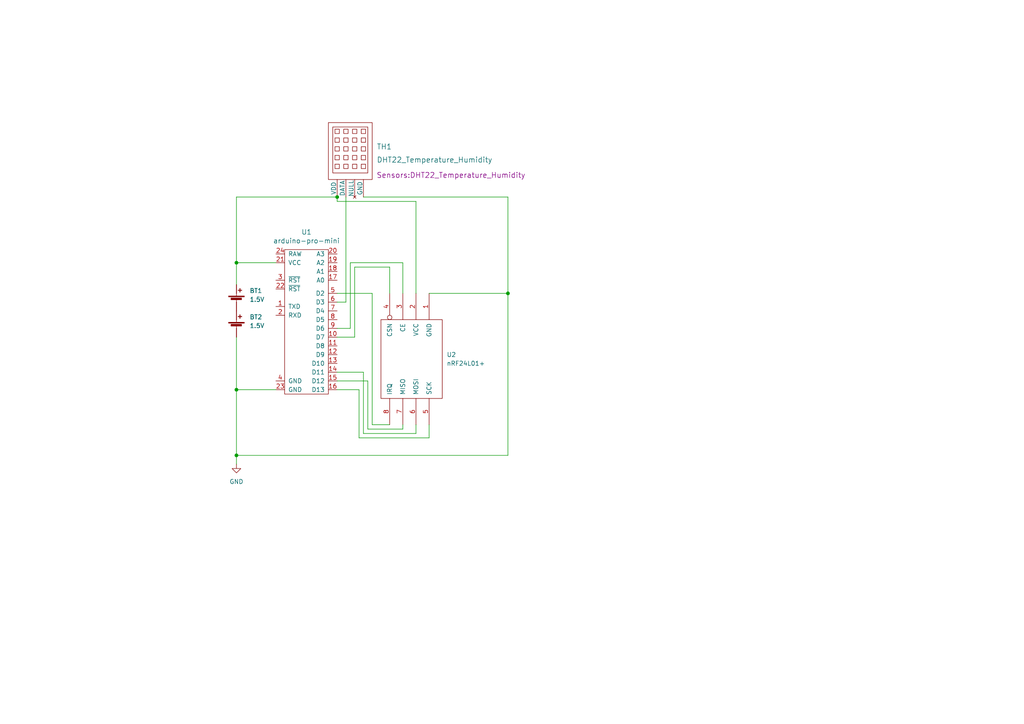
<source format=kicad_sch>
(kicad_sch (version 20211123) (generator eeschema)

  (uuid 9538e4ed-27e6-4c37-b989-9859dc0d49e8)

  (paper "A4")

  (lib_symbols
    (symbol "Device:Battery_Cell" (pin_numbers hide) (pin_names (offset 0) hide) (in_bom yes) (on_board yes)
      (property "Reference" "BT" (id 0) (at 2.54 2.54 0)
        (effects (font (size 1.27 1.27)) (justify left))
      )
      (property "Value" "Battery_Cell" (id 1) (at 2.54 0 0)
        (effects (font (size 1.27 1.27)) (justify left))
      )
      (property "Footprint" "" (id 2) (at 0 1.524 90)
        (effects (font (size 1.27 1.27)) hide)
      )
      (property "Datasheet" "~" (id 3) (at 0 1.524 90)
        (effects (font (size 1.27 1.27)) hide)
      )
      (property "ki_keywords" "battery cell" (id 4) (at 0 0 0)
        (effects (font (size 1.27 1.27)) hide)
      )
      (property "ki_description" "Single-cell battery" (id 5) (at 0 0 0)
        (effects (font (size 1.27 1.27)) hide)
      )
      (symbol "Battery_Cell_0_1"
        (rectangle (start -2.286 1.778) (end 2.286 1.524)
          (stroke (width 0) (type default) (color 0 0 0 0))
          (fill (type outline))
        )
        (rectangle (start -1.5748 1.1938) (end 1.4732 0.6858)
          (stroke (width 0) (type default) (color 0 0 0 0))
          (fill (type outline))
        )
        (polyline
          (pts
            (xy 0 0.762)
            (xy 0 0)
          )
          (stroke (width 0) (type default) (color 0 0 0 0))
          (fill (type none))
        )
        (polyline
          (pts
            (xy 0 1.778)
            (xy 0 2.54)
          )
          (stroke (width 0) (type default) (color 0 0 0 0))
          (fill (type none))
        )
        (polyline
          (pts
            (xy 0.508 3.429)
            (xy 1.524 3.429)
          )
          (stroke (width 0.254) (type default) (color 0 0 0 0))
          (fill (type none))
        )
        (polyline
          (pts
            (xy 1.016 3.937)
            (xy 1.016 2.921)
          )
          (stroke (width 0.254) (type default) (color 0 0 0 0))
          (fill (type none))
        )
      )
      (symbol "Battery_Cell_1_1"
        (pin passive line (at 0 5.08 270) (length 2.54)
          (name "+" (effects (font (size 1.27 1.27))))
          (number "1" (effects (font (size 1.27 1.27))))
        )
        (pin passive line (at 0 -2.54 90) (length 2.54)
          (name "-" (effects (font (size 1.27 1.27))))
          (number "2" (effects (font (size 1.27 1.27))))
        )
      )
    )
    (symbol "arduino-pro-mini:arduino-pro-mini" (pin_names (offset 1.016)) (in_bom yes) (on_board yes)
      (property "Reference" "U" (id 0) (at -3.81 21.59 0)
        (effects (font (size 1.397 1.397)))
      )
      (property "Value" "arduino-pro-mini" (id 1) (at 0 -22.86 0)
        (effects (font (size 1.397 1.397)))
      )
      (property "Footprint" "" (id 2) (at -2.54 21.59 0)
        (effects (font (size 1.397 1.397)) hide)
      )
      (property "Datasheet" "" (id 3) (at -2.54 21.59 0)
        (effects (font (size 1.397 1.397)) hide)
      )
      (symbol "arduino-pro-mini_0_1"
        (rectangle (start -6.35 -21.59) (end 6.35 20.32)
          (stroke (width 0) (type default) (color 0 0 0 0))
          (fill (type none))
        )
      )
      (symbol "arduino-pro-mini_1_1"
        (pin tri_state line (at -8.89 3.81 0) (length 2.54)
          (name "TXD" (effects (font (size 1.27 1.27))))
          (number "1" (effects (font (size 1.27 1.27))))
        )
        (pin tri_state line (at 8.89 -5.08 180) (length 2.54)
          (name "D7" (effects (font (size 1.27 1.27))))
          (number "10" (effects (font (size 1.27 1.27))))
        )
        (pin tri_state line (at 8.89 -7.62 180) (length 2.54)
          (name "D8" (effects (font (size 1.27 1.27))))
          (number "11" (effects (font (size 1.27 1.27))))
        )
        (pin tri_state line (at 8.89 -10.16 180) (length 2.54)
          (name "D9" (effects (font (size 1.27 1.27))))
          (number "12" (effects (font (size 1.27 1.27))))
        )
        (pin tri_state line (at 8.89 -12.7 180) (length 2.54)
          (name "D10" (effects (font (size 1.27 1.27))))
          (number "13" (effects (font (size 1.27 1.27))))
        )
        (pin tri_state line (at 8.89 -15.24 180) (length 2.54)
          (name "D11" (effects (font (size 1.27 1.27))))
          (number "14" (effects (font (size 1.27 1.27))))
        )
        (pin tri_state line (at 8.89 -17.78 180) (length 2.54)
          (name "D12" (effects (font (size 1.27 1.27))))
          (number "15" (effects (font (size 1.27 1.27))))
        )
        (pin tri_state line (at 8.89 -20.32 180) (length 2.54)
          (name "D13" (effects (font (size 1.27 1.27))))
          (number "16" (effects (font (size 1.27 1.27))))
        )
        (pin tri_state line (at 8.89 11.43 180) (length 2.54)
          (name "A0" (effects (font (size 1.27 1.27))))
          (number "17" (effects (font (size 1.27 1.27))))
        )
        (pin tri_state line (at 8.89 13.97 180) (length 2.54)
          (name "A1" (effects (font (size 1.27 1.27))))
          (number "18" (effects (font (size 1.27 1.27))))
        )
        (pin tri_state line (at 8.89 16.51 180) (length 2.54)
          (name "A2" (effects (font (size 1.27 1.27))))
          (number "19" (effects (font (size 1.27 1.27))))
        )
        (pin tri_state line (at -8.89 1.27 0) (length 2.54)
          (name "RXD" (effects (font (size 1.27 1.27))))
          (number "2" (effects (font (size 1.27 1.27))))
        )
        (pin tri_state line (at 8.89 19.05 180) (length 2.54)
          (name "A3" (effects (font (size 1.27 1.27))))
          (number "20" (effects (font (size 1.27 1.27))))
        )
        (pin tri_state line (at -8.89 16.51 0) (length 2.54)
          (name "VCC" (effects (font (size 1.27 1.27))))
          (number "21" (effects (font (size 1.27 1.27))))
        )
        (pin input line (at -8.89 8.89 0) (length 2.54)
          (name "~{RST}" (effects (font (size 1.27 1.27))))
          (number "22" (effects (font (size 1.27 1.27))))
        )
        (pin input line (at -8.89 -20.32 0) (length 2.54)
          (name "GND" (effects (font (size 1.27 1.27))))
          (number "23" (effects (font (size 1.27 1.27))))
        )
        (pin input line (at -8.89 19.05 0) (length 2.54)
          (name "RAW" (effects (font (size 1.27 1.27))))
          (number "24" (effects (font (size 1.27 1.27))))
        )
        (pin input line (at -8.89 11.43 0) (length 2.54)
          (name "~{RST}" (effects (font (size 1.27 1.27))))
          (number "3" (effects (font (size 1.27 1.27))))
        )
        (pin power_in line (at -8.89 -17.78 0) (length 2.54)
          (name "GND" (effects (font (size 1.27 1.27))))
          (number "4" (effects (font (size 1.27 1.27))))
        )
        (pin tri_state line (at 8.89 7.62 180) (length 2.54)
          (name "D2" (effects (font (size 1.27 1.27))))
          (number "5" (effects (font (size 1.27 1.27))))
        )
        (pin tri_state line (at 8.89 5.08 180) (length 2.54)
          (name "D3" (effects (font (size 1.27 1.27))))
          (number "6" (effects (font (size 1.27 1.27))))
        )
        (pin tri_state line (at 8.89 2.54 180) (length 2.54)
          (name "D4" (effects (font (size 1.27 1.27))))
          (number "7" (effects (font (size 1.27 1.27))))
        )
        (pin tri_state line (at 8.89 0 180) (length 2.54)
          (name "D5" (effects (font (size 1.27 1.27))))
          (number "8" (effects (font (size 1.27 1.27))))
        )
        (pin tri_state line (at 8.89 -2.54 180) (length 2.54)
          (name "D6" (effects (font (size 1.27 1.27))))
          (number "9" (effects (font (size 1.27 1.27))))
        )
      )
    )
    (symbol "nRF24L01+:nRF24L01+" (pin_names (offset 1.016)) (in_bom yes) (on_board yes)
      (property "Reference" "U" (id 0) (at 0 -7.62 0)
        (effects (font (size 1.27 1.27)))
      )
      (property "Value" "nRF24L01+" (id 1) (at 0 7.62 0)
        (effects (font (size 1.27 1.27)))
      )
      (property "Footprint" "MODULE" (id 2) (at 0 2.54 0)
        (effects (font (size 1.27 1.27)) hide)
      )
      (property "Datasheet" "DOCUMENTATION" (id 3) (at 0 -1.27 0)
        (effects (font (size 1.27 1.27)) hide)
      )
      (symbol "nRF24L01+_1_0"
        (rectangle (start -11.43 -8.89) (end 11.43 8.89)
          (stroke (width 0) (type default) (color 0 0 0 0))
          (fill (type none))
        )
      )
      (symbol "nRF24L01+_1_1"
        (pin power_in line (at -19.05 5.08 0) (length 7.62)
          (name "GND" (effects (font (size 1.27 1.27))))
          (number "1" (effects (font (size 1.27 1.27))))
        )
        (pin power_in line (at -19.05 1.27 0) (length 7.62)
          (name "VCC" (effects (font (size 1.27 1.27))))
          (number "2" (effects (font (size 1.27 1.27))))
        )
        (pin input line (at -19.05 -2.54 0) (length 7.62)
          (name "CE" (effects (font (size 1.27 1.27))))
          (number "3" (effects (font (size 1.27 1.27))))
        )
        (pin input inverted (at -19.05 -6.35 0) (length 7.62)
          (name "CSN" (effects (font (size 1.27 1.27))))
          (number "4" (effects (font (size 1.27 1.27))))
        )
        (pin input line (at 19.05 5.08 180) (length 7.62)
          (name "SCK" (effects (font (size 1.27 1.27))))
          (number "5" (effects (font (size 1.27 1.27))))
        )
        (pin input line (at 19.05 1.27 180) (length 7.62)
          (name "MOSI" (effects (font (size 1.27 1.27))))
          (number "6" (effects (font (size 1.27 1.27))))
        )
        (pin output line (at 19.05 -2.54 180) (length 7.62)
          (name "MISO" (effects (font (size 1.27 1.27))))
          (number "7" (effects (font (size 1.27 1.27))))
        )
        (pin output line (at 19.05 -6.35 180) (length 7.62)
          (name "IRQ" (effects (font (size 1.27 1.27))))
          (number "8" (effects (font (size 1.27 1.27))))
        )
      )
    )
    (symbol "power:GND" (power) (pin_names (offset 0)) (in_bom yes) (on_board yes)
      (property "Reference" "#PWR" (id 0) (at 0 -6.35 0)
        (effects (font (size 1.27 1.27)) hide)
      )
      (property "Value" "GND" (id 1) (at 0 -3.81 0)
        (effects (font (size 1.27 1.27)))
      )
      (property "Footprint" "" (id 2) (at 0 0 0)
        (effects (font (size 1.27 1.27)) hide)
      )
      (property "Datasheet" "" (id 3) (at 0 0 0)
        (effects (font (size 1.27 1.27)) hide)
      )
      (property "ki_keywords" "power-flag" (id 4) (at 0 0 0)
        (effects (font (size 1.27 1.27)) hide)
      )
      (property "ki_description" "Power symbol creates a global label with name \"GND\" , ground" (id 5) (at 0 0 0)
        (effects (font (size 1.27 1.27)) hide)
      )
      (symbol "GND_0_1"
        (polyline
          (pts
            (xy 0 0)
            (xy 0 -1.27)
            (xy 1.27 -1.27)
            (xy 0 -2.54)
            (xy -1.27 -1.27)
            (xy 0 -1.27)
          )
          (stroke (width 0) (type default) (color 0 0 0 0))
          (fill (type none))
        )
      )
      (symbol "GND_1_1"
        (pin power_in line (at 0 0 270) (length 0) hide
          (name "GND" (effects (font (size 1.27 1.27))))
          (number "1" (effects (font (size 1.27 1.27))))
        )
      )
    )
    (symbol "sensors:DHT22_Temperature_Humidity" (pin_numbers hide) (pin_names (offset 0)) (in_bom yes) (on_board yes)
      (property "Reference" "TH" (id 0) (at 0 26.67 0)
        (effects (font (size 1.524 1.524)))
      )
      (property "Value" "DHT22_Temperature_Humidity" (id 1) (at 0 24.13 0)
        (effects (font (size 1.524 1.524)))
      )
      (property "Footprint" "" (id 2) (at 0 0 0)
        (effects (font (size 1.524 1.524)))
      )
      (property "Datasheet" "" (id 3) (at 0 0 0)
        (effects (font (size 1.524 1.524)))
      )
      (property "ki_keywords" "DHT22, temperature, humidity" (id 4) (at 0 0 0)
        (effects (font (size 1.27 1.27)) hide)
      )
      (property "ki_description" "A DHT22 temperature and humidity sensor" (id 5) (at 0 0 0)
        (effects (font (size 1.27 1.27)) hide)
      )
      (symbol "DHT22_Temperature_Humidity_0_1"
        (rectangle (start -6.35 5.08) (end 6.35 21.59)
          (stroke (width 0) (type default) (color 0 0 0 0))
          (fill (type none))
        )
        (rectangle (start -4.445 9.525) (end -3.175 8.255)
          (stroke (width 0) (type default) (color 0 0 0 0))
          (fill (type none))
        )
        (rectangle (start -4.445 12.065) (end -3.175 10.795)
          (stroke (width 0) (type default) (color 0 0 0 0))
          (fill (type none))
        )
        (rectangle (start -4.445 14.605) (end -3.175 13.335)
          (stroke (width 0) (type default) (color 0 0 0 0))
          (fill (type none))
        )
        (rectangle (start -4.445 17.145) (end -3.175 15.875)
          (stroke (width 0) (type default) (color 0 0 0 0))
          (fill (type none))
        )
        (rectangle (start -4.445 19.685) (end -3.175 18.415)
          (stroke (width 0) (type default) (color 0 0 0 0))
          (fill (type none))
        )
        (rectangle (start -1.905 8.255) (end -0.635 9.525)
          (stroke (width 0) (type default) (color 0 0 0 0))
          (fill (type none))
        )
        (rectangle (start -1.905 10.795) (end -0.635 12.065)
          (stroke (width 0) (type default) (color 0 0 0 0))
          (fill (type none))
        )
        (rectangle (start -1.905 13.335) (end -0.635 14.605)
          (stroke (width 0) (type default) (color 0 0 0 0))
          (fill (type none))
        )
        (rectangle (start -1.905 15.875) (end -0.635 17.145)
          (stroke (width 0) (type default) (color 0 0 0 0))
          (fill (type none))
        )
        (rectangle (start -1.905 18.415) (end -0.635 19.685)
          (stroke (width 0) (type default) (color 0 0 0 0))
          (fill (type none))
        )
        (rectangle (start 0.635 8.255) (end 1.905 9.525)
          (stroke (width 0) (type default) (color 0 0 0 0))
          (fill (type none))
        )
        (rectangle (start 0.635 10.795) (end 1.905 12.065)
          (stroke (width 0) (type default) (color 0 0 0 0))
          (fill (type none))
        )
        (rectangle (start 0.635 13.335) (end 1.905 14.605)
          (stroke (width 0) (type default) (color 0 0 0 0))
          (fill (type none))
        )
        (rectangle (start 0.635 15.875) (end 1.905 17.145)
          (stroke (width 0) (type default) (color 0 0 0 0))
          (fill (type none))
        )
        (rectangle (start 0.635 18.415) (end 1.905 19.685)
          (stroke (width 0) (type default) (color 0 0 0 0))
          (fill (type none))
        )
        (rectangle (start 3.175 8.255) (end 4.445 9.525)
          (stroke (width 0) (type default) (color 0 0 0 0))
          (fill (type none))
        )
        (rectangle (start 3.175 10.795) (end 4.445 12.065)
          (stroke (width 0) (type default) (color 0 0 0 0))
          (fill (type none))
        )
        (rectangle (start 3.175 13.335) (end 4.445 14.605)
          (stroke (width 0) (type default) (color 0 0 0 0))
          (fill (type none))
        )
        (rectangle (start 3.175 15.875) (end 4.445 17.145)
          (stroke (width 0) (type default) (color 0 0 0 0))
          (fill (type none))
        )
        (rectangle (start 3.175 18.415) (end 4.445 19.685)
          (stroke (width 0) (type default) (color 0 0 0 0))
          (fill (type none))
        )
        (rectangle (start 5.08 6.985) (end -5.08 20.32)
          (stroke (width 0) (type default) (color 0 0 0 0))
          (fill (type none))
        )
      )
      (symbol "DHT22_Temperature_Humidity_1_1"
        (pin power_in line (at -3.81 0 90) (length 5.08)
          (name "VDD" (effects (font (size 1.27 1.27))))
          (number "1" (effects (font (size 1.27 1.27))))
        )
        (pin input line (at -1.27 0 90) (length 5.08)
          (name "DATA" (effects (font (size 1.27 1.27))))
          (number "2" (effects (font (size 1.27 1.27))))
        )
        (pin no_connect line (at 1.27 0 90) (length 5.08)
          (name "NULL" (effects (font (size 1.27 1.27))))
          (number "3" (effects (font (size 1.27 1.27))))
        )
        (pin power_in line (at 3.81 0 90) (length 5.08)
          (name "GND" (effects (font (size 1.27 1.27))))
          (number "4" (effects (font (size 1.27 1.27))))
        )
      )
    )
  )

  (junction (at 68.58 76.2) (diameter 0) (color 0 0 0 0)
    (uuid 41362405-a485-4e0c-8e9a-35d90227a934)
  )
  (junction (at 68.58 113.03) (diameter 0) (color 0 0 0 0)
    (uuid 6e326541-833f-4793-bff0-cda65b0f7ed8)
  )
  (junction (at 97.79 57.15) (diameter 0) (color 0 0 0 0)
    (uuid 89d9c875-685d-4da0-b17e-63b32cfaba8f)
  )
  (junction (at 147.32 85.09) (diameter 0) (color 0 0 0 0)
    (uuid 8b24f982-386c-4ad9-9d7a-7e6a55d05ccc)
  )
  (junction (at 68.58 132.08) (diameter 0) (color 0 0 0 0)
    (uuid cd282730-6442-487a-a1cb-0db4ff2285c9)
  )

  (wire (pts (xy 101.6 95.25) (xy 97.79 95.25))
    (stroke (width 0) (type default) (color 0 0 0 0))
    (uuid 0063753d-c5d3-4aed-a8cd-cf4b43448ef4)
  )
  (wire (pts (xy 68.58 113.03) (xy 68.58 132.08))
    (stroke (width 0) (type default) (color 0 0 0 0))
    (uuid 024822d5-1907-4acf-911c-c8e1a653fb20)
  )
  (wire (pts (xy 68.58 97.79) (xy 68.58 113.03))
    (stroke (width 0) (type default) (color 0 0 0 0))
    (uuid 1030c42e-51f0-4435-9b0a-e12aa9f635d8)
  )
  (wire (pts (xy 68.58 132.08) (xy 68.58 134.62))
    (stroke (width 0) (type default) (color 0 0 0 0))
    (uuid 1f926eb2-4840-452c-841c-5d0b174fb88e)
  )
  (wire (pts (xy 100.33 57.15) (xy 100.33 87.63))
    (stroke (width 0) (type default) (color 0 0 0 0))
    (uuid 1fd51fc7-214e-40d6-9d45-ea3063280a8c)
  )
  (wire (pts (xy 97.79 110.49) (xy 106.68 110.49))
    (stroke (width 0) (type default) (color 0 0 0 0))
    (uuid 2160db18-dcaa-44a4-9238-be0b430e1154)
  )
  (wire (pts (xy 100.33 87.63) (xy 97.79 87.63))
    (stroke (width 0) (type default) (color 0 0 0 0))
    (uuid 2736d012-bc5b-4516-aa76-0a1d10cc1469)
  )
  (wire (pts (xy 80.01 76.2) (xy 68.58 76.2))
    (stroke (width 0) (type default) (color 0 0 0 0))
    (uuid 3483018b-e3db-481b-96c9-8b6a202c7a09)
  )
  (wire (pts (xy 120.65 85.09) (xy 120.65 58.42))
    (stroke (width 0) (type default) (color 0 0 0 0))
    (uuid 386cc6d8-0423-49c5-ad32-c86bef564240)
  )
  (wire (pts (xy 68.58 57.15) (xy 97.79 57.15))
    (stroke (width 0) (type default) (color 0 0 0 0))
    (uuid 3a6bd545-babf-4a33-9247-3a480e3f77a7)
  )
  (wire (pts (xy 68.58 57.15) (xy 68.58 76.2))
    (stroke (width 0) (type default) (color 0 0 0 0))
    (uuid 471db49e-8322-47dd-a287-e81cd052d92f)
  )
  (wire (pts (xy 102.87 97.79) (xy 97.79 97.79))
    (stroke (width 0) (type default) (color 0 0 0 0))
    (uuid 491f7087-5b5d-4c14-ae7a-c50b16e73180)
  )
  (wire (pts (xy 68.58 82.55) (xy 68.58 76.2))
    (stroke (width 0) (type default) (color 0 0 0 0))
    (uuid 4e7520ce-e462-478a-b2f5-b141872219ce)
  )
  (wire (pts (xy 101.6 76.2) (xy 101.6 95.25))
    (stroke (width 0) (type default) (color 0 0 0 0))
    (uuid 4ff594fa-cd1b-49e2-9466-609531cac816)
  )
  (wire (pts (xy 147.32 57.15) (xy 147.32 85.09))
    (stroke (width 0) (type default) (color 0 0 0 0))
    (uuid 58688304-8814-43d2-a215-ff35dd185beb)
  )
  (wire (pts (xy 147.32 132.08) (xy 68.58 132.08))
    (stroke (width 0) (type default) (color 0 0 0 0))
    (uuid 5abb768a-420a-4967-a727-c6f76b5e1a95)
  )
  (wire (pts (xy 68.58 113.03) (xy 80.01 113.03))
    (stroke (width 0) (type default) (color 0 0 0 0))
    (uuid 671b715e-2e1f-49c1-b158-ff500dc6d8b0)
  )
  (wire (pts (xy 104.14 127) (xy 104.14 113.03))
    (stroke (width 0) (type default) (color 0 0 0 0))
    (uuid 6c540028-2043-4dd5-aaff-c3f5b665a1c2)
  )
  (wire (pts (xy 105.41 57.15) (xy 147.32 57.15))
    (stroke (width 0) (type default) (color 0 0 0 0))
    (uuid 7311930b-fcdd-4c19-b972-2ca66bc4b429)
  )
  (wire (pts (xy 97.79 58.42) (xy 120.65 58.42))
    (stroke (width 0) (type default) (color 0 0 0 0))
    (uuid 78d2f4d5-a40f-4456-92be-cdfd3c0152d6)
  )
  (wire (pts (xy 97.79 107.95) (xy 105.41 107.95))
    (stroke (width 0) (type default) (color 0 0 0 0))
    (uuid 7f7180d8-07e3-4dcc-9c5a-19129f51d709)
  )
  (wire (pts (xy 124.46 123.19) (xy 124.46 127))
    (stroke (width 0) (type default) (color 0 0 0 0))
    (uuid 7fcf7725-b431-4f3b-ad06-3f0ad1c1753e)
  )
  (wire (pts (xy 120.65 123.19) (xy 120.65 125.73))
    (stroke (width 0) (type default) (color 0 0 0 0))
    (uuid 7fd11592-cfc7-4af5-b531-953405a9c2dc)
  )
  (wire (pts (xy 113.03 85.09) (xy 113.03 77.47))
    (stroke (width 0) (type default) (color 0 0 0 0))
    (uuid 803f166e-2d14-4eb4-9bb9-5019e65f0c75)
  )
  (wire (pts (xy 97.79 58.42) (xy 97.79 57.15))
    (stroke (width 0) (type default) (color 0 0 0 0))
    (uuid 82b0ef6a-1827-4311-8245-051ed44f03b7)
  )
  (wire (pts (xy 116.84 85.09) (xy 116.84 76.2))
    (stroke (width 0) (type default) (color 0 0 0 0))
    (uuid 9473b77e-d9c4-45ca-907f-7ad0bd4e19ae)
  )
  (wire (pts (xy 105.41 125.73) (xy 105.41 107.95))
    (stroke (width 0) (type default) (color 0 0 0 0))
    (uuid 9b6e1d12-7a16-4bad-972f-6632efdf61c4)
  )
  (wire (pts (xy 116.84 123.19) (xy 116.84 124.46))
    (stroke (width 0) (type default) (color 0 0 0 0))
    (uuid a8696ee3-96b8-4da3-81f1-d4abb665e577)
  )
  (wire (pts (xy 107.95 123.19) (xy 107.95 85.09))
    (stroke (width 0) (type default) (color 0 0 0 0))
    (uuid aac5e07f-b936-4437-8351-90636f5779fd)
  )
  (wire (pts (xy 106.68 124.46) (xy 106.68 110.49))
    (stroke (width 0) (type default) (color 0 0 0 0))
    (uuid af2499c7-dcdb-4a6d-81fd-bd75eb1dd474)
  )
  (wire (pts (xy 116.84 124.46) (xy 106.68 124.46))
    (stroke (width 0) (type default) (color 0 0 0 0))
    (uuid b0b64cd4-d7f5-497f-a13a-ad97d1578ce7)
  )
  (wire (pts (xy 120.65 125.73) (xy 105.41 125.73))
    (stroke (width 0) (type default) (color 0 0 0 0))
    (uuid bfa2e613-cb34-4c4e-a96f-65f121124693)
  )
  (wire (pts (xy 101.6 76.2) (xy 116.84 76.2))
    (stroke (width 0) (type default) (color 0 0 0 0))
    (uuid c5633550-b44d-47e4-b553-3525ffc7b6a4)
  )
  (wire (pts (xy 102.87 77.47) (xy 102.87 97.79))
    (stroke (width 0) (type default) (color 0 0 0 0))
    (uuid c6943b64-2de3-4158-bb52-976cac21dad4)
  )
  (wire (pts (xy 113.03 123.19) (xy 107.95 123.19))
    (stroke (width 0) (type default) (color 0 0 0 0))
    (uuid c7d359f7-b20e-484f-9e2c-f45cc35b133d)
  )
  (wire (pts (xy 102.87 77.47) (xy 113.03 77.47))
    (stroke (width 0) (type default) (color 0 0 0 0))
    (uuid d77bfd49-22ce-41fa-a46f-3ca06257027e)
  )
  (wire (pts (xy 124.46 127) (xy 104.14 127))
    (stroke (width 0) (type default) (color 0 0 0 0))
    (uuid dcb773df-80cb-402a-bec7-4fe2ef6569ca)
  )
  (wire (pts (xy 97.79 113.03) (xy 104.14 113.03))
    (stroke (width 0) (type default) (color 0 0 0 0))
    (uuid df01a1ce-cef7-41cb-989f-cf5f5d98dde2)
  )
  (wire (pts (xy 124.46 85.09) (xy 147.32 85.09))
    (stroke (width 0) (type default) (color 0 0 0 0))
    (uuid eeb864e3-1e01-42b2-aa22-2d7e25368476)
  )
  (wire (pts (xy 147.32 85.09) (xy 147.32 132.08))
    (stroke (width 0) (type default) (color 0 0 0 0))
    (uuid f5b3291b-3674-43e4-a6fe-bdee5cce08a8)
  )
  (wire (pts (xy 97.79 85.09) (xy 107.95 85.09))
    (stroke (width 0) (type default) (color 0 0 0 0))
    (uuid fd6910cb-f445-445b-8d9b-8b8880c8c51e)
  )

  (symbol (lib_id "sensors:DHT22_Temperature_Humidity") (at 101.6 57.15 0) (unit 1)
    (in_bom yes) (on_board yes)
    (uuid 0c4ec2cd-9fe3-4d02-bc3e-977e924425a1)
    (property "Reference" "TH1" (id 0) (at 109.22 42.545 0)
      (effects (font (size 1.524 1.524)) (justify left))
    )
    (property "Value" "DHT22_Temperature_Humidity" (id 1) (at 109.22 46.355 0)
      (effects (font (size 1.524 1.524)) (justify left))
    )
    (property "Footprint" "Sensors:DHT22_Temperature_Humidity" (id 2) (at 130.81 50.8 0)
      (effects (font (size 1.524 1.524)))
    )
    (property "Datasheet" "" (id 3) (at 101.6 57.15 0)
      (effects (font (size 1.524 1.524)))
    )
    (pin "1" (uuid 60389e44-e212-453e-b53b-bc98869eb62e))
    (pin "2" (uuid f7fe6a63-dee2-416a-a8a5-7faff69c886b))
    (pin "3" (uuid d28ebcd1-94df-48f7-89aa-ab864ba07abc))
    (pin "4" (uuid 47d17cff-6c0e-46f8-b683-b90c3c170b70))
  )

  (symbol (lib_id "Device:Battery_Cell") (at 68.58 95.25 0) (unit 1)
    (in_bom yes) (on_board yes) (fields_autoplaced)
    (uuid 1824fa76-10d5-49d6-ae24-fabb6b102797)
    (property "Reference" "BT2" (id 0) (at 72.39 91.9479 0)
      (effects (font (size 1.27 1.27)) (justify left))
    )
    (property "Value" "1.5V" (id 1) (at 72.39 94.4879 0)
      (effects (font (size 1.27 1.27)) (justify left))
    )
    (property "Footprint" "" (id 2) (at 68.58 93.726 90)
      (effects (font (size 1.27 1.27)) hide)
    )
    (property "Datasheet" "~" (id 3) (at 68.58 93.726 90)
      (effects (font (size 1.27 1.27)) hide)
    )
    (pin "1" (uuid 501d3d64-3586-419c-81da-d7e6b4cbe84d))
    (pin "2" (uuid 3b5701c5-6f32-439d-ad94-8ac67108ee77))
  )

  (symbol (lib_id "Device:Battery_Cell") (at 68.58 87.63 0) (unit 1)
    (in_bom yes) (on_board yes) (fields_autoplaced)
    (uuid 1a3f52fd-76f1-4a1a-8a5f-d0171fec4f3c)
    (property "Reference" "BT1" (id 0) (at 72.39 84.3279 0)
      (effects (font (size 1.27 1.27)) (justify left))
    )
    (property "Value" "1.5V" (id 1) (at 72.39 86.8679 0)
      (effects (font (size 1.27 1.27)) (justify left))
    )
    (property "Footprint" "" (id 2) (at 68.58 86.106 90)
      (effects (font (size 1.27 1.27)) hide)
    )
    (property "Datasheet" "~" (id 3) (at 68.58 86.106 90)
      (effects (font (size 1.27 1.27)) hide)
    )
    (pin "1" (uuid d8cb04cf-487f-4b64-9d31-a0e4885ec9e4))
    (pin "2" (uuid 1f5c8773-1f41-4483-b165-cfebfc7db0e3))
  )

  (symbol (lib_id "nRF24L01+:nRF24L01+") (at 119.38 104.14 270) (unit 1)
    (in_bom yes) (on_board yes) (fields_autoplaced)
    (uuid 223b12a9-5805-4cfc-9b47-dd8a97f2ab06)
    (property "Reference" "U2" (id 0) (at 129.54 102.8699 90)
      (effects (font (size 1.27 1.27)) (justify left))
    )
    (property "Value" "nRF24L01+" (id 1) (at 129.54 105.4099 90)
      (effects (font (size 1.27 1.27)) (justify left))
    )
    (property "Footprint" "RF_Module:nRF24L01_Breakout" (id 2) (at 121.92 104.14 0)
      (effects (font (size 1.27 1.27)) hide)
    )
    (property "Datasheet" "DOCUMENTATION" (id 3) (at 118.11 104.14 0)
      (effects (font (size 1.27 1.27)) hide)
    )
    (pin "1" (uuid 0453264e-a085-4266-93fb-165ef7661a20))
    (pin "2" (uuid 2bf05ab3-9c5a-4803-84b4-eb80bc29b94b))
    (pin "3" (uuid 670c4acf-9309-43b5-a9db-974011df280a))
    (pin "4" (uuid 8f6058d5-d83e-4101-843a-62cb38dc2ecc))
    (pin "5" (uuid ae5d41db-2ebe-4c32-ac73-5eea12889b5f))
    (pin "6" (uuid 01c21201-b550-4993-9378-7e2c441e95e4))
    (pin "7" (uuid 6df57262-52a3-4e05-b0c3-e74fb8f3a344))
    (pin "8" (uuid d74b50b8-f178-4986-920b-9f995d689994))
  )

  (symbol (lib_id "power:GND") (at 68.58 134.62 0) (unit 1)
    (in_bom yes) (on_board yes) (fields_autoplaced)
    (uuid 3b460055-e6cf-4c58-80ba-35dfad2721f7)
    (property "Reference" "#PWR0101" (id 0) (at 68.58 140.97 0)
      (effects (font (size 1.27 1.27)) hide)
    )
    (property "Value" "GND" (id 1) (at 68.58 139.7 0))
    (property "Footprint" "" (id 2) (at 68.58 134.62 0)
      (effects (font (size 1.27 1.27)) hide)
    )
    (property "Datasheet" "" (id 3) (at 68.58 134.62 0)
      (effects (font (size 1.27 1.27)) hide)
    )
    (pin "1" (uuid d0ef4e23-b8c4-4a28-9f59-69d8f11c187e))
  )

  (symbol (lib_id "arduino-pro-mini:arduino-pro-mini") (at 88.9 92.71 0) (unit 1)
    (in_bom yes) (on_board yes) (fields_autoplaced)
    (uuid 573c3e86-fc56-40ad-bcb1-372b72b2c6fe)
    (property "Reference" "U1" (id 0) (at 88.9 67.31 0)
      (effects (font (size 1.397 1.397)))
    )
    (property "Value" "arduino-pro-mini" (id 1) (at 88.9 69.85 0)
      (effects (font (size 1.397 1.397)))
    )
    (property "Footprint" "" (id 2) (at 86.36 71.12 0)
      (effects (font (size 1.397 1.397)) hide)
    )
    (property "Datasheet" "" (id 3) (at 86.36 71.12 0)
      (effects (font (size 1.397 1.397)) hide)
    )
    (pin "1" (uuid f7462901-e383-4483-8322-ddd57f8f8b17))
    (pin "10" (uuid 5d33b284-7b49-4a5f-837a-312ed3fb3bf5))
    (pin "11" (uuid 9da2238f-1196-4a43-ae87-c7b3ec1e8bd1))
    (pin "12" (uuid ef734809-d95c-42c8-ba12-b79c0d243223))
    (pin "13" (uuid 7d375b65-c360-4165-aa49-ee8035606716))
    (pin "14" (uuid d985a098-1b2e-4cfc-b160-4137b5eb7c59))
    (pin "15" (uuid 5c8174e3-2536-4b4e-bf2d-58ff7fa170a5))
    (pin "16" (uuid ac977f79-38b7-4a41-800e-e65ea2ae1e48))
    (pin "17" (uuid ada50599-e3c4-4a2d-9560-a97a5b88bd0b))
    (pin "18" (uuid deb43695-4704-4c13-9d49-fe81bb7c8750))
    (pin "19" (uuid 545c590f-825d-4592-83d2-83be2d7478ff))
    (pin "2" (uuid 874e6409-84c0-4051-accf-5fd38d0ac543))
    (pin "20" (uuid 5cb5738a-9142-4551-bde4-f706e4df6ca2))
    (pin "21" (uuid 9ae30f67-0b69-45c5-938d-54bb57c2fc9f))
    (pin "22" (uuid dcfd1bf1-b1a7-44a0-8cd9-4e83d42ffede))
    (pin "23" (uuid 60054d79-bb07-4e38-88dd-4333c597b0bf))
    (pin "24" (uuid 2d4810a2-7306-487e-a1ca-3e1a8bfea34c))
    (pin "3" (uuid cc5876ad-d1e1-4601-a6b1-2ecc2cb597c8))
    (pin "4" (uuid 1c5793c7-e7fd-47d6-9eb4-088007c982d4))
    (pin "5" (uuid 07f37de9-1166-4bb8-875c-8c8d6a27c52b))
    (pin "6" (uuid 90737a81-f258-4b91-9019-4e52b3e2709f))
    (pin "7" (uuid aca9f1c4-eb70-4434-b0a4-cc003dd415dc))
    (pin "8" (uuid 7f63d6aa-e66b-48b0-84ed-995ed4d43292))
    (pin "9" (uuid 3bb8c4d8-2148-4ff4-9918-973c5f2e01bb))
  )

  (sheet_instances
    (path "/" (page "1"))
  )

  (symbol_instances
    (path "/3b460055-e6cf-4c58-80ba-35dfad2721f7"
      (reference "#PWR0101") (unit 1) (value "GND") (footprint "")
    )
    (path "/1a3f52fd-76f1-4a1a-8a5f-d0171fec4f3c"
      (reference "BT1") (unit 1) (value "1.5V") (footprint "")
    )
    (path "/1824fa76-10d5-49d6-ae24-fabb6b102797"
      (reference "BT2") (unit 1) (value "1.5V") (footprint "")
    )
    (path "/0c4ec2cd-9fe3-4d02-bc3e-977e924425a1"
      (reference "TH1") (unit 1) (value "DHT22_Temperature_Humidity") (footprint "Sensors:DHT22_Temperature_Humidity")
    )
    (path "/573c3e86-fc56-40ad-bcb1-372b72b2c6fe"
      (reference "U1") (unit 1) (value "arduino-pro-mini") (footprint "")
    )
    (path "/223b12a9-5805-4cfc-9b47-dd8a97f2ab06"
      (reference "U2") (unit 1) (value "nRF24L01+") (footprint "RF_Module:nRF24L01_Breakout")
    )
  )
)

</source>
